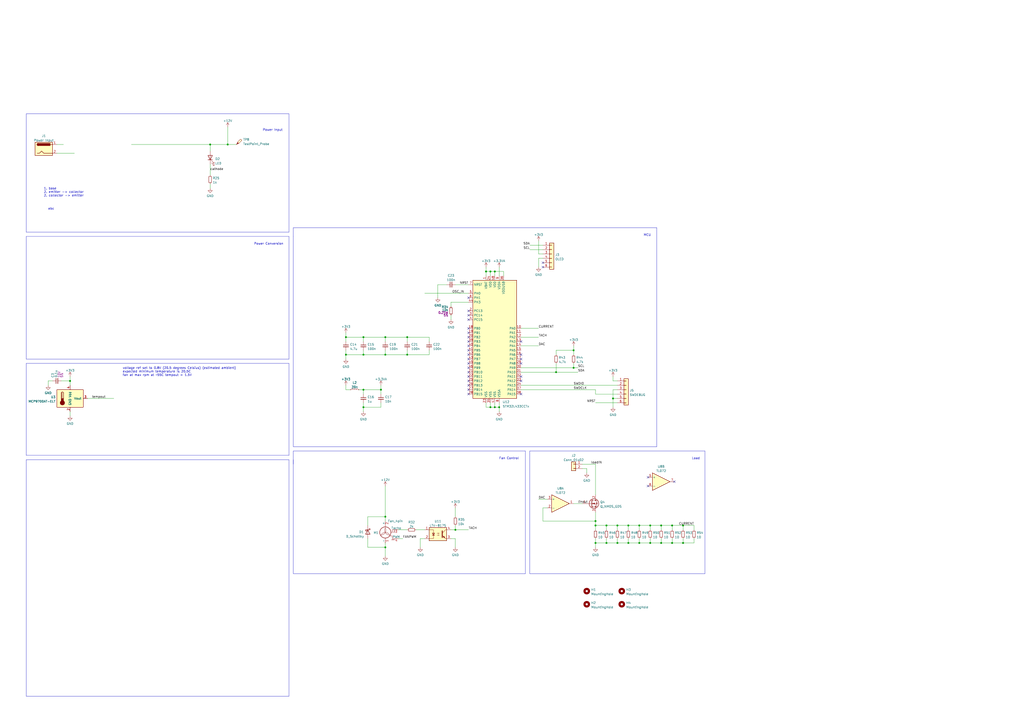
<source format=kicad_sch>
(kicad_sch (version 20230121) (generator eeschema)
  (paper "A2")
  (title_block (title "Electronic Load") (date "2023-02-07") (rev "1"))
  (lib_symbols
    (symbol "Amplifier_Operational:TL072" (pin_names (offset 0.127))
      (property "Reference" "U" (at 0 5.08 0))
      (property "Value" "TL072" (at 0 -5.08 0))
      (symbol "TL072_1_1"
        (polyline (pts (xy -5.08 5.08) (xy 5.08 0) (xy -5.08 -5.08) (xy -5.08 5.08)) (stroke (width 0.254)) (fill (type background)))
        (pin output line (at 7.62 0 180) (length 2.54) (name "~") (number "1"))
        (pin input line (at -7.62 -2.54 0) (length 2.54) (name "-") (number "2"))
        (pin input line (at -7.62 2.54 0) (length 2.54) (name "+") (number "3"))
      )
      (symbol "TL072_2_1"
        (polyline (pts (xy -5.08 5.08) (xy 5.08 0) (xy -5.08 -5.08) (xy -5.08 5.08)) (stroke (width 0.254)) (fill (type background)))
        (pin input line (at -7.62 2.54 0) (length 2.54) (name "+") (number "5"))
        (pin input line (at -7.62 -2.54 0) (length 2.54) (name "-") (number "6"))
        (pin output line (at 7.62 0 180) (length 2.54) (name "~") (number "7"))
      )
      (symbol "TL072_3_1"
        (pin power_in line (at -2.54 -7.62 90) (length 3.81) (name "V-") (number "4"))
        (pin power_in line (at -2.54 7.62 270) (length 3.81) (name "V+") (number "8"))
      )
    )
    (symbol "Connector:Barrel_Jack" (pin_names (offset 1.016))
      (property "Reference" "J" (at 0 5.334 0))
      (property "Value" "Barrel_Jack" (at 0 -5.08 0))
      (symbol "Barrel_Jack_0_1"
        (rectangle (start -5.08 3.81) (end 5.08 -3.81) (stroke (width 0.254)) (fill (type background)))
        (arc (start -3.302 3.175) (mid -3.9343 2.54) (end -3.302 1.905) (stroke (width 0.254)))
        (arc (start -3.302 3.175) (mid -3.9343 2.54) (end -3.302 1.905) (stroke (width 0.254)) (fill (type outline)))
        (polyline (pts (xy 5.08 2.54) (xy 3.81 2.54)) (stroke (width 0.254)))
        (polyline (pts (xy -3.81 -2.54) (xy -2.54 -2.54) (xy -1.27 -1.27) (xy 0 -2.54) (xy 2.54 -2.54) (xy 5.08 -2.54)) (stroke (width 0.254)))
        (rectangle (start 3.683 3.175) (end -3.302 1.905) (stroke (width 0.254)) (fill (type outline)))
      )
      (symbol "Barrel_Jack_1_1"
        (pin passive line (at 7.62 2.54 180) (length 2.54) (name "~") (number "1"))
        (pin passive line (at 7.62 -2.54 180) (length 2.54) (name "~") (number "2"))
      )
    )
    (symbol "Connector:TestPoint_Probe" (pin_numbers hide) (pin_names (offset 0.762) hide)
      (property "Reference" "TP" (at 1.651 5.842 0))
      (property "Value" "TestPoint_Probe" (at 1.651 4.064 0))
      (symbol "TestPoint_Probe_0_1"
        (polyline (pts (xy 1.27 0.762) (xy 0 0) (xy 0.762 1.27) (xy 1.27 0.762)) (fill (type outline)))
        (polyline (pts (xy 1.397 0.635) (xy 0.635 1.397) (xy 2.413 3.175) (xy 3.175 2.413) (xy 1.397 0.635)) (fill (type background)))
      )
      (symbol "TestPoint_Probe_1_1"
        (pin passive line (at 0 0 90) (length 0) (name "1") (number "1"))
      )
    )
    (symbol "Connector_Generic:Conn_01x02" (pin_names (offset 1.016) hide)
      (property "Reference" "J" (at 0 2.54 0))
      (property "Value" "Conn_01x02" (at 0 -5.08 0))
      (symbol "Conn_01x02_1_1"
        (rectangle (start -1.27 -2.413) (end 0 -2.667) (stroke (width 0.1524)))
        (rectangle (start -1.27 0.127) (end 0 -0.127) (stroke (width 0.1524)))
        (rectangle (start -1.27 1.27) (end 1.27 -3.81) (stroke (width 0.254)) (fill (type background)))
        (pin passive line (at -5.08 0 0) (length 3.81) (name "Pin_1") (number "1"))
        (pin passive line (at -5.08 -2.54 0) (length 3.81) (name "Pin_2") (number "2"))
      )
    )
    (symbol "Connector_Generic:Conn_01x06" (pin_names (offset 1.016) hide)
      (property "Reference" "J" (at 0 7.62 0))
      (property "Value" "Conn_01x06" (at 0 -10.16 0))
      (symbol "Conn_01x06_1_1"
        (rectangle (start -1.27 -7.493) (end 0 -7.747) (stroke (width 0.1524)))
        (rectangle (start -1.27 -4.953) (end 0 -5.207) (stroke (width 0.1524)))
        (rectangle (start -1.27 -2.413) (end 0 -2.667) (stroke (width 0.1524)))
        (rectangle (start -1.27 0.127) (end 0 -0.127) (stroke (width 0.1524)))
        (rectangle (start -1.27 2.667) (end 0 2.413) (stroke (width 0.1524)))
        (rectangle (start -1.27 5.207) (end 0 4.953) (stroke (width 0.1524)))
        (rectangle (start -1.27 6.35) (end 1.27 -8.89) (stroke (width 0.254)) (fill (type background)))
        (pin passive line (at -5.08 5.08 0) (length 3.81) (name "Pin_1") (number "1"))
        (pin passive line (at -5.08 2.54 0) (length 3.81) (name "Pin_2") (number "2"))
        (pin passive line (at -5.08 0 0) (length 3.81) (name "Pin_3") (number "3"))
        (pin passive line (at -5.08 -2.54 0) (length 3.81) (name "Pin_4") (number "4"))
        (pin passive line (at -5.08 -5.08 0) (length 3.81) (name "Pin_5") (number "5"))
        (pin passive line (at -5.08 -7.62 0) (length 3.81) (name "Pin_6") (number "6"))
      )
    )
    (symbol "Device:C_Small" (pin_numbers hide) (pin_names (offset 0.254) hide)
      (property "Reference" "C" (at 0.254 1.778 0))
      (property "Value" "C_Small" (at 0.254 -2.032 0))
      (symbol "C_Small_0_1"
        (polyline (pts (xy -1.524 -0.508) (xy 1.524 -0.508)) (stroke (width 0.3302)))
        (polyline (pts (xy -1.524 0.508) (xy 1.524 0.508)) (stroke (width 0.3048)))
      )
      (symbol "C_Small_1_1"
        (pin passive line (at 0 2.54 270) (length 2.032) (name "~") (number "1"))
        (pin passive line (at 0 -2.54 90) (length 2.032) (name "~") (number "2"))
      )
    )
    (symbol "Device:D_Schottky" (pin_numbers hide) (pin_names (offset 1.016) hide)
      (property "Reference" "D" (at 0 2.54 0))
      (property "Value" "D_Schottky" (at 0 -2.54 0))
      (symbol "D_Schottky_0_1"
        (polyline (pts (xy 1.27 0) (xy -1.27 0)))
        (polyline (pts (xy 1.27 1.27) (xy 1.27 -1.27) (xy -1.27 0) (xy 1.27 1.27)) (stroke (width 0.254)))
        (polyline (pts (xy -1.905 0.635) (xy -1.905 1.27) (xy -1.27 1.27) (xy -1.27 -1.27) (xy -0.635 -1.27) (xy -0.635 -0.635)) (stroke (width 0.254)))
      )
      (symbol "D_Schottky_1_1"
        (pin passive line (at -3.81 0 0) (length 2.54) (name "K") (number "1"))
        (pin passive line (at 3.81 0 180) (length 2.54) (name "A") (number "2"))
      )
    )
    (symbol "Device:LED" (pin_numbers hide) (pin_names (offset 1.016) hide)
      (property "Reference" "D" (at 0 2.54 0))
      (property "Value" "LED" (at 0 -2.54 0))
      (symbol "LED_0_1"
        (polyline (pts (xy -1.27 -1.27) (xy -1.27 1.27)) (stroke (width 0.254)))
        (polyline (pts (xy -1.27 0) (xy 1.27 0)))
        (polyline (pts (xy 1.27 -1.27) (xy 1.27 1.27) (xy -1.27 0) (xy 1.27 -1.27)) (stroke (width 0.254)))
        (polyline (pts (xy -3.048 -0.762) (xy -4.572 -2.286) (xy -3.81 -2.286) (xy -4.572 -2.286) (xy -4.572 -1.524)))
        (polyline (pts (xy -1.778 -0.762) (xy -3.302 -2.286) (xy -2.54 -2.286) (xy -3.302 -2.286) (xy -3.302 -1.524)))
      )
      (symbol "LED_1_1"
        (pin passive line (at -3.81 0 0) (length 2.54) (name "K") (number "1"))
        (pin passive line (at 3.81 0 180) (length 2.54) (name "A") (number "2"))
      )
    )
    (symbol "Device:L_Small" (pin_numbers hide) (pin_names (offset 0.254) hide)
      (property "Reference" "L" (at 0.762 1.016 0))
      (property "Value" "L_Small" (at 0.762 -1.016 0))
      (symbol "L_Small_0_1"
        (arc (start 0 -2.032) (mid 0.5058 -1.524) (end 0 -1.016))
        (arc (start 0 -1.016) (mid 0.5058 -0.508) (end 0 0))
        (arc (start 0 0) (mid 0.5058 0.508) (end 0 1.016))
        (arc (start 0 1.016) (mid 0.5058 1.524) (end 0 2.032))
      )
      (symbol "L_Small_1_1"
        (pin passive line (at 0 2.54 270) (length 0.508) (name "~") (number "1"))
        (pin passive line (at 0 -2.54 90) (length 0.508) (name "~") (number "2"))
      )
    )
    (symbol "Device:Q_NMOS_GDS" (pin_names (offset 0) hide)
      (property "Reference" "Q" (at 5.08 1.27 0))
      (property "Value" "Q_NMOS_GDS" (at 5.08 -1.27 0))
      (symbol "Q_NMOS_GDS_0_1"
        (polyline (pts (xy 0.254 0) (xy -2.54 0)))
        (polyline (pts (xy 0.254 1.905) (xy 0.254 -1.905)) (stroke (width 0.254)))
        (polyline (pts (xy 0.762 -1.27) (xy 0.762 -2.286)) (stroke (width 0.254)))
        (polyline (pts (xy 0.762 0.508) (xy 0.762 -0.508)) (stroke (width 0.254)))
        (polyline (pts (xy 0.762 2.286) (xy 0.762 1.27)) (stroke (width 0.254)))
        (polyline (pts (xy 2.54 2.54) (xy 2.54 1.778)))
        (polyline (pts (xy 2.54 -2.54) (xy 2.54 0) (xy 0.762 0)))
        (polyline (pts (xy 0.762 -1.778) (xy 3.302 -1.778) (xy 3.302 1.778) (xy 0.762 1.778)))
        (polyline (pts (xy 1.016 0) (xy 2.032 0.381) (xy 2.032 -0.381) (xy 1.016 0)) (fill (type outline)))
        (polyline (pts (xy 2.794 0.508) (xy 2.921 0.381) (xy 3.683 0.381) (xy 3.81 0.254)))
        (polyline (pts (xy 3.302 0.381) (xy 2.921 -0.254) (xy 3.683 -0.254) (xy 3.302 0.381)))
        (circle (center 1.651 0) (radius 2.794) (stroke (width 0.254)))
        (circle (center 2.54 -1.778) (radius 0.254) (fill (type outline)))
        (circle (center 2.54 1.778) (radius 0.254) (fill (type outline)))
      )
      (symbol "Q_NMOS_GDS_1_1"
        (pin input line (at -5.08 0 0) (length 2.54) (name "G") (number "1"))
        (pin passive line (at 2.54 5.08 270) (length 2.54) (name "D") (number "2"))
        (pin passive line (at 2.54 -5.08 90) (length 2.54) (name "S") (number "3"))
      )
    )
    (symbol "Device:R_Small" (pin_numbers hide) (pin_names (offset 0.254) hide)
      (property "Reference" "R" (at 0.762 0.508 0))
      (property "Value" "R_Small" (at 0.762 -1.016 0))
      (symbol "R_Small_0_1"
        (rectangle (start -0.762 1.778) (end 0.762 -1.778) (stroke (width 0.2032)))
      )
      (symbol "R_Small_1_1"
        (pin passive line (at 0 2.54 270) (length 0.762) (name "~") (number "1"))
        (pin passive line (at 0 -2.54 90) (length 0.762) (name "~") (number "2"))
      )
    )
    (symbol "Isolator:LTV-817S" (pin_names (offset 1.016))
      (property "Reference" "U" (at -3.81 5.08 0))
      (property "Value" "LTV-817S" (at 0 -5.08 0))
      (symbol "LTV-817S_1_1"
        (rectangle (start -5.08 3.81) (end 5.08 -3.81) (stroke (width 0.254)) (fill (type background)))
        (polyline (pts (xy -3.175 -0.635) (xy -1.905 -0.635)) (stroke (width 0.254)))
        (polyline (pts (xy 2.54 0.635) (xy 4.445 2.54)))
        (polyline (pts (xy 4.445 -2.54) (xy 2.54 -0.635)) (fill (type outline)))
        (polyline (pts (xy 4.445 -2.54) (xy 5.08 -2.54)))
        (polyline (pts (xy 4.445 2.54) (xy 5.08 2.54)))
        (polyline (pts (xy -5.08 2.54) (xy -2.54 2.54) (xy -2.54 -0.762)))
        (polyline (pts (xy -2.54 -0.635) (xy -2.54 -2.54) (xy -5.08 -2.54)))
        (polyline (pts (xy 2.54 1.905) (xy 2.54 -1.905) (xy 2.54 -1.905)) (stroke (width 0.508)))
        (polyline (pts (xy -2.54 -0.635) (xy -3.175 0.635) (xy -1.905 0.635) (xy -2.54 -0.635)) (stroke (width 0.254)))
        (polyline (pts (xy -0.508 -0.508) (xy 0.762 -0.508) (xy 0.381 -0.635) (xy 0.381 -0.381) (xy 0.762 -0.508)))
        (polyline (pts (xy -0.508 0.508) (xy 0.762 0.508) (xy 0.381 0.381) (xy 0.381 0.635) (xy 0.762 0.508)))
        (polyline (pts (xy 3.048 -1.651) (xy 3.556 -1.143) (xy 4.064 -2.159) (xy 3.048 -1.651) (xy 3.048 -1.651)) (fill (type outline)))
        (pin passive line (at -7.62 2.54 0) (length 2.54) (name "~") (number "1"))
        (pin passive line (at -7.62 -2.54 0) (length 2.54) (name "~") (number "2"))
        (pin passive line (at 7.62 -2.54 180) (length 2.54) (name "~") (number "3"))
        (pin passive line (at 7.62 2.54 180) (length 2.54) (name "~") (number "4"))
      )
    )
    (symbol "MCU_ST_STM32L4:STM32L433CCTx"
      (property "Reference" "U" (at -12.7 34.29 0))
      (property "Value" "STM32L433CCTx" (at 7.62 34.29 0))
      (symbol "STM32L433CCTx_0_1"
        (rectangle (start -12.7 -35.56) (end 12.7 33.02) (stroke (width 0.254)) (fill (type background)))
      )
      (symbol "STM32L433CCTx_1_1"
        (pin power_in line (at -5.08 35.56 270) (length 2.54) (name "VBAT") (number "1"))
        (pin bidirectional line (at 15.24 5.08 180) (length 2.54) (name "PA0") (number "10"))
        (pin bidirectional line (at 15.24 2.54 180) (length 2.54) (name "PA1") (number "11"))
        (pin bidirectional line (at 15.24 0 180) (length 2.54) (name "PA2") (number "12"))
        (pin bidirectional line (at 15.24 -2.54 180) (length 2.54) (name "PA3") (number "13"))
        (pin bidirectional line (at 15.24 -5.08 180) (length 2.54) (name "PA4") (number "14"))
        (pin bidirectional line (at 15.24 -7.62 180) (length 2.54) (name "PA5") (number "15"))
        (pin bidirectional line (at 15.24 -10.16 180) (length 2.54) (name "PA6") (number "16"))
        (pin bidirectional line (at 15.24 -12.7 180) (length 2.54) (name "PA7") (number "17"))
        (pin bidirectional line (at -15.24 5.08 0) (length 2.54) (name "PB0") (number "18"))
        (pin bidirectional line (at -15.24 2.54 0) (length 2.54) (name "PB1") (number "19"))
        (pin bidirectional line (at -15.24 15.24 0) (length 2.54) (name "PC13") (number "2"))
        (pin bidirectional line (at -15.24 0 0) (length 2.54) (name "PB2") (number "20"))
        (pin bidirectional line (at -15.24 -20.32 0) (length 2.54) (name "PB10") (number "21"))
        (pin bidirectional line (at -15.24 -22.86 0) (length 2.54) (name "PB11") (number "22"))
        (pin power_in line (at -5.08 -38.1 90) (length 2.54) (name "VSS") (number "23"))
        (pin power_in line (at -2.54 35.56 270) (length 2.54) (name "VDD") (number "24"))
        (pin bidirectional line (at -15.24 -25.4 0) (length 2.54) (name "PB12") (number "25"))
        (pin bidirectional line (at -15.24 -27.94 0) (length 2.54) (name "PB13") (number "26"))
        (pin bidirectional line (at -15.24 -30.48 0) (length 2.54) (name "PB14") (number "27"))
        (pin bidirectional line (at -15.24 -33.02 0) (length 2.54) (name "PB15") (number "28"))
        (pin bidirectional line (at 15.24 -15.24 180) (length 2.54) (name "PA8") (number "29"))
        (pin bidirectional line (at -15.24 12.7 0) (length 2.54) (name "PC14") (number "3"))
        (pin bidirectional line (at 15.24 -17.78 180) (length 2.54) (name "PA9") (number "30"))
        (pin bidirectional line (at 15.24 -20.32 180) (length 2.54) (name "PA10") (number "31"))
        (pin bidirectional line (at 15.24 -22.86 180) (length 2.54) (name "PA11") (number "32"))
        (pin bidirectional line (at 15.24 -25.4 180) (length 2.54) (name "PA12") (number "33"))
        (pin bidirectional line (at 15.24 -27.94 180) (length 2.54) (name "PA13") (number "34"))
        (pin power_in line (at -2.54 -38.1 90) (length 2.54) (name "VSS") (number "35"))
        (pin power_in line (at 5.08 35.56 270) (length 2.54) (name "VDDUSB") (number "36"))
        (pin bidirectional line (at 15.24 -30.48 180) (length 2.54) (name "PA14") (number "37"))
        (pin bidirectional line (at 15.24 -33.02 180) (length 2.54) (name "PA15") (number "38"))
        (pin bidirectional line (at -15.24 -2.54 0) (length 2.54) (name "PB3") (number "39"))
        (pin bidirectional line (at -15.24 10.16 0) (length 2.54) (name "PC15") (number "4"))
        (pin bidirectional line (at -15.24 -5.08 0) (length 2.54) (name "PB4") (number "40"))
        (pin bidirectional line (at -15.24 -7.62 0) (length 2.54) (name "PB5") (number "41"))
        (pin bidirectional line (at -15.24 -10.16 0) (length 2.54) (name "PB6") (number "42"))
        (pin bidirectional line (at -15.24 -12.7 0) (length 2.54) (name "PB7") (number "43"))
        (pin bidirectional line (at -15.24 20.32 0) (length 2.54) (name "PH3") (number "44"))
        (pin bidirectional line (at -15.24 -15.24 0) (length 2.54) (name "PB8") (number "45"))
        (pin bidirectional line (at -15.24 -17.78 0) (length 2.54) (name "PB9") (number "46"))
        (pin power_in line (at 0 -38.1 90) (length 2.54) (name "VSS") (number "47"))
        (pin power_in line (at 0 35.56 270) (length 2.54) (name "VDD") (number "48"))
        (pin input line (at -15.24 25.4 0) (length 2.54) (name "PH0") (number "5"))
        (pin input line (at -15.24 22.86 0) (length 2.54) (name "PH1") (number "6"))
        (pin input line (at -15.24 30.48 0) (length 2.54) (name "NRST") (number "7"))
        (pin power_in line (at 2.54 -38.1 90) (length 2.54) (name "VSSA") (number "8"))
        (pin power_in line (at 2.54 35.56 270) (length 2.54) (name "VDDA") (number "9"))
      )
    )
    (symbol "Mechanical:MountingHole" (pin_names (offset 1.016))
      (property "Reference" "H" (at 0 5.08 0))
      (property "Value" "MountingHole" (at 0 3.175 0))
      (symbol "MountingHole_0_1"
        (circle (center 0 0) (radius 1.27) (stroke (width 1.27)))
      )
    )
    (symbol "Motor:Fan_4pin" (pin_names (offset 0))
      (property "Reference" "M" (at 2.54 5.08 0))
      (property "Value" "Fan_4pin" (at 2.54 -2.54 0))
      (symbol "Fan_4pin_0_0"
        (arc (start -5.588 1.524) (mid -5.08 1.0182) (end -4.572 1.524))
        (arc (start -5.08 2.032) (mid -5.4392 1.8832) (end -5.588 1.524))
        (polyline (pts (xy -5.08 2.032) (xy -5.334 2.159)))
        (polyline (pts (xy -5.08 2.032) (xy -5.207 1.778)))
        (polyline (pts (xy -4.064 2.54) (xy -4.064 1.016) (xy -3.302 1.016)))
      )
      (symbol "Fan_4pin_0_1"
        (arc (start -2.54 -0.508) (mid 0.0028 0.9121) (end 0 3.81))
        (polyline (pts (xy -4.064 2.54) (xy -5.08 2.54)))
        (polyline (pts (xy 0 -5.08) (xy 0 -4.572)))
        (polyline (pts (xy 0 -2.2352) (xy 0 -2.6416)))
        (polyline (pts (xy 0 4.2672) (xy 0 4.6228)))
        (polyline (pts (xy 0 4.572) (xy 0 5.08)))
        (polyline (pts (xy -2.54 -1.016) (xy -4.064 -1.016) (xy -4.064 -2.54) (xy -5.08 -2.54)))
        (polyline (pts (xy -5.334 -3.302) (xy -5.08 -3.302) (xy -5.08 -3.048) (xy -4.826 -3.048) (xy -4.826 -3.302) (xy -4.318 -3.302) (xy -4.318 -3.048) (xy -4.064 -3.048) (xy -4.064 -3.302) (xy -3.556 -3.302)))
        (circle (center 0 1.016) (radius 3.2512) (stroke (width 0.254)))
        (arc (start 0 3.81) (mid 0.053 0.921) (end 2.54 -0.508))
        (arc (start 2.54 -0.508) (mid 0 1.0618) (end -2.54 -0.508))
      )
      (symbol "Fan_4pin_1_1"
        (pin passive line (at 0 -5.08 90) (length 2.54) (name "-") (number "1"))
        (pin passive line (at 0 7.62 270) (length 2.54) (name "+") (number "2"))
        (pin passive line (at -7.62 2.54 0) (length 2.54) (name "Tacho") (number "3"))
        (pin input line (at -7.62 -2.54 0) (length 2.54) (name "PWM") (number "4"))
      )
    )
    (symbol "Sensor_Temperature:MCP9700AT-ELT" (pin_names (offset 1.016))
      (property "Reference" "U" (at -6.35 6.35 0))
      (property "Value" "MCP9700AT-ELT" (at 1.27 6.35 0))
      (symbol "MCP9700AT-ELT_0_1"
        (rectangle (start -7.62 5.08) (end 7.62 -5.08) (stroke (width 0.254)) (fill (type background)))
        (circle (center -4.445 -2.54) (radius 1.27) (stroke (width 0.254)) (fill (type outline)))
        (rectangle (start -3.81 -1.905) (end -5.08 0) (stroke (width 0.254)) (fill (type outline)))
        (arc (start -3.81 3.175) (mid -4.445 3.8073) (end -5.08 3.175) (stroke (width 0.254)))
        (polyline (pts (xy -5.08 0.635) (xy -4.445 0.635)) (stroke (width 0.254)))
        (polyline (pts (xy -5.08 1.27) (xy -4.445 1.27)) (stroke (width 0.254)))
        (polyline (pts (xy -5.08 1.905) (xy -4.445 1.905)) (stroke (width 0.254)))
        (polyline (pts (xy -5.08 2.54) (xy -4.445 2.54)) (stroke (width 0.254)))
        (polyline (pts (xy -5.08 3.175) (xy -5.08 0)) (stroke (width 0.254)))
        (polyline (pts (xy -5.08 3.175) (xy -4.445 3.175)) (stroke (width 0.254)))
        (polyline (pts (xy -3.81 3.175) (xy -3.81 0)) (stroke (width 0.254)))
      )
      (symbol "MCP9700AT-ELT_1_1"
        (pin no_connect line (at 10.16 -2.54 180) (length 2.54) hide (name "NC") (number "1"))
        (pin power_in line (at 0 -7.62 90) (length 2.54) (name "GND") (number "2"))
        (pin output line (at 10.16 0 180) (length 2.54) (name "Vout") (number "3"))
        (pin power_in line (at 0 7.62 270) (length 2.54) (name "Vdd") (number "4"))
        (pin no_connect line (at 10.16 2.54 180) (length 2.54) hide (name "NC") (number "5"))
      )
    )
    (symbol "power:+12V" (power) (pin_names (offset 0))
      (property "Value" "+12V" (at 0 3.556 0))
      (symbol "+12V_0_1"
        (polyline (pts (xy -0.762 1.27) (xy 0 2.54)))
        (polyline (pts (xy 0 0) (xy 0 2.54)))
        (polyline (pts (xy 0 2.54) (xy 0.762 1.27)))
      )
      (symbol "+12V_1_1"
        (pin power_in line (at 0 0 90) (length 0) hide (name "+12V") (number "1"))
      )
    )
    (symbol "power:+3.3VA" (power) (pin_names (offset 0))
      (property "Value" "+3.3VA" (at 0 3.556 0))
      (symbol "+3.3VA_0_1"
        (polyline (pts (xy -0.762 1.27) (xy 0 2.54)))
        (polyline (pts (xy 0 0) (xy 0 2.54)))
        (polyline (pts (xy 0 2.54) (xy 0.762 1.27)))
      )
      (symbol "+3.3VA_1_1"
        (pin power_in line (at 0 0 90) (length 0) hide (name "+3.3VA") (number "1"))
      )
    )
    (symbol "power:+3V3" (power) (pin_names (offset 0))
      (property "Value" "+3V3" (at 0 3.556 0))
      (symbol "+3V3_0_1"
        (polyline (pts (xy -0.762 1.27) (xy 0 2.54)))
        (polyline (pts (xy 0 0) (xy 0 2.54)))
        (polyline (pts (xy 0 2.54) (xy 0.762 1.27)))
      )
      (symbol "+3V3_1_1"
        (pin power_in line (at 0 0 90) (length 0) hide (name "+3V3") (number "1"))
      )
    )
    (symbol "power:GND" (power) (pin_names (offset 0))
      (property "Value" "GND" (at 0 -3.81 0))
      (symbol "GND_0_1"
        (polyline (pts (xy 0 0) (xy 0 -1.27) (xy 1.27 -1.27) (xy 0 -2.54) (xy -1.27 -1.27) (xy 0 -1.27)))
      )
      (symbol "GND_1_1"
        (pin power_in line (at 0 0 270) (length 0) hide (name "GND") (number "1"))
      )
    )
  )
  (junction (at 396.24 304.8))
  (junction (at 355.6 231.14))
  (junction (at 210.82 226.06))
  (junction (at 132.08 83.82))
  (junction (at 383.54 314.96))
  (junction (at 358.14 314.96))
  (junction (at 345.44 302.26))
  (junction (at 358.14 304.8))
  (junction (at 287.02 236.22))
  (junction (at 284.48 157.48))
  (junction (at 284.48 236.22))
  (junction (at 223.52 195.58))
  (junction (at 364.49 304.8))
  (junction (at 377.19 314.96))
  (junction (at 383.54 304.8))
  (junction (at 220.98 226.06))
  (junction (at 236.22 195.58))
  (junction (at 40.64 220.98))
  (junction (at 200.66 195.58))
  (junction (at 223.52 299.72))
  (junction (at 389.89 304.8))
  (junction (at 289.56 236.22))
  (junction (at 332.74 203.2))
  (junction (at 210.82 195.58))
  (junction (at 281.94 157.48))
  (junction (at 223.52 317.5))
  (junction (at 200.66 205.74))
  (junction (at 210.82 205.74))
  (junction (at 370.84 314.96))
  (junction (at 396.24 314.96))
  (junction (at 389.89 314.96))
  (junction (at 351.79 304.8))
  (junction (at 121.92 83.82))
  (junction (at 322.58 215.9))
  (junction (at 223.52 205.74))
  (junction (at 345.44 314.96))
  (junction (at 370.84 304.8))
  (junction (at 377.19 304.8))
  (junction (at 287.02 157.48))
  (junction (at 264.16 307.34))
  (junction (at 345.44 304.8))
  (junction (at 210.82 236.22))
  (junction (at 332.74 213.36))
  (junction (at 236.22 205.74))
  (junction (at 364.49 314.96))
  (junction (at 351.79 314.96))
  (no_connect (at 302.26 198.12))
  (no_connect (at 314.96 152.4))
  (no_connect (at 314.96 154.94))
  (no_connect (at 375.92 276.86))
  (no_connect (at 375.92 281.94))
  (no_connect (at 391.16 279.4))
  (no_connect (at 271.78 198.12))
  (no_connect (at 271.78 203.2))
  (no_connect (at 271.78 200.66))
  (no_connect (at 271.78 195.58))
  (no_connect (at 271.78 205.74))
  (no_connect (at 271.78 223.52))
  (no_connect (at 271.78 208.28))
  (no_connect (at 271.78 218.44))
  (no_connect (at 271.78 213.36))
  (no_connect (at 271.78 210.82))
  (no_connect (at 271.78 220.98))
  (no_connect (at 271.78 215.9))
  (no_connect (at 271.78 226.06))
  (no_connect (at 271.78 228.6))
  (no_connect (at 271.78 180.34))
  (no_connect (at 271.78 185.42))
  (no_connect (at 271.78 190.5))
  (no_connect (at 271.78 182.88))
  (no_connect (at 271.78 193.04))
  (no_connect (at 302.26 208.28))
  (no_connect (at 302.26 210.82))
  (no_connect (at 302.26 220.98))
  (no_connect (at 302.26 218.44))
  (no_connect (at 302.26 205.74))
  (no_connect (at 302.26 228.6))
  (no_connect (at 271.78 172.72))
  (wire (pts (xy 40.64 220.98) (xy 40.64 223.52)))
  (wire (pts (xy 287.02 236.22) (xy 289.56 236.22)))
  (wire (pts (xy 231.14 312.42) (xy 233.68 312.42)))
  (wire (pts (xy 76.2 83.82) (xy 121.92 83.82)))
  (wire (pts (xy 210.82 195.58) (xy 223.52 195.58)))
  (polyline (pts (xy 307.34 261.62) (xy 307.34 332.74)))
  (wire (pts (xy 210.82 238.76) (xy 210.82 236.22)))
  (wire (pts (xy 364.49 314.96) (xy 358.14 314.96)))
  (wire (pts (xy 345.44 304.8) (xy 345.44 307.34)))
  (wire (pts (xy 322.58 203.2) (xy 332.74 203.2)))
  (wire (pts (xy 248.92 205.74) (xy 236.22 205.74)))
  (wire (pts (xy 210.82 198.12) (xy 210.82 195.58)))
  (wire (pts (xy 284.48 236.22) (xy 287.02 236.22)))
  (wire (pts (xy 364.49 304.8) (xy 370.84 304.8)))
  (wire (pts (xy 264.16 165.1) (xy 271.78 165.1)))
  (wire (pts (xy 355.6 226.06) (xy 355.6 231.14)))
  (polyline (pts (xy 170.18 137.16) (xy 170.18 259.08)))
  (wire (pts (xy 281.94 154.94) (xy 281.94 157.48)))
  (wire (pts (xy 213.36 317.5) (xy 223.52 317.5)))
  (wire (pts (xy 383.54 304.8) (xy 389.89 304.8)))
  (wire (pts (xy 287.02 233.68) (xy 287.02 236.22)))
  (wire (pts (xy 236.22 195.58) (xy 236.22 198.12)))
  (polyline (pts (xy 170.18 332.74) (xy 304.8 332.74)))
  (wire (pts (xy 281.94 233.68) (xy 281.94 236.22)))
  (wire (pts (xy 345.44 297.18) (xy 345.44 302.26)))
  (polyline (pts (xy 15.24 137.16) (xy 15.24 208.28)))
  (wire (pts (xy 236.22 203.2) (xy 236.22 205.74)))
  (wire (pts (xy 223.52 203.2) (xy 223.52 205.74)))
  (polyline (pts (xy 170.18 261.62) (xy 170.18 269.24)))
  (wire (pts (xy 261.62 307.34) (xy 264.16 307.34)))
  (wire (pts (xy 302.26 226.06) (xy 345.44 226.06)))
  (wire (pts (xy 213.36 299.72) (xy 223.52 299.72)))
  (polyline (pts (xy 15.24 134.62) (xy 167.64 134.62)))
  (wire (pts (xy 254 165.1) (xy 259.08 165.1)))
  (wire (pts (xy 307.34 142.24) (xy 314.96 142.24)))
  (wire (pts (xy 137.16 83.82) (xy 132.08 83.82)))
  (polyline (pts (xy 15.24 210.82) (xy 167.64 210.82)))
  (wire (pts (xy 355.6 231.14) (xy 355.6 236.22)))
  (wire (pts (xy 370.84 312.42) (xy 370.84 314.96)))
  (wire (pts (xy 213.36 299.72) (xy 213.36 304.8)))
  (wire (pts (xy 200.66 195.58) (xy 210.82 195.58)))
  (polyline (pts (xy 15.24 264.16) (xy 15.24 210.82)))
  (wire (pts (xy 351.79 304.8) (xy 358.14 304.8)))
  (wire (pts (xy 121.92 83.82) (xy 132.08 83.82)))
  (wire (pts (xy 236.22 195.58) (xy 248.92 195.58)))
  (wire (pts (xy 358.14 220.98) (xy 355.6 220.98)))
  (wire (pts (xy 396.24 304.8) (xy 396.24 307.34)))
  (wire (pts (xy 337.82 271.78) (xy 340.36 271.78)))
  (wire (pts (xy 314.96 147.32) (xy 312.42 147.32)))
  (wire (pts (xy 200.66 193.04) (xy 200.66 195.58)))
  (wire (pts (xy 370.84 304.8) (xy 377.19 304.8)))
  (wire (pts (xy 314.96 294.64) (xy 314.96 302.26)))
  (polyline (pts (xy 167.64 403.86) (xy 167.64 266.7)))
  (wire (pts (xy 345.44 304.8) (xy 351.79 304.8)))
  (wire (pts (xy 50.8 231.14) (xy 66.04 231.14)))
  (wire (pts (xy 312.42 200.66) (xy 302.26 200.66)))
  (wire (pts (xy 30.48 220.98) (xy 27.94 220.98)))
  (wire (pts (xy 307.34 144.78) (xy 314.96 144.78)))
  (wire (pts (xy 284.48 233.68) (xy 284.48 236.22)))
  (polyline (pts (xy 304.8 332.74) (xy 304.8 261.62)))
  (wire (pts (xy 287.02 157.48) (xy 284.48 157.48)))
  (polyline (pts (xy 167.64 134.62) (xy 167.64 66.04)))
  (wire (pts (xy 351.79 314.96) (xy 345.44 314.96)))
  (wire (pts (xy 389.89 314.96) (xy 383.54 314.96)))
  (wire (pts (xy 213.36 312.42) (xy 213.36 317.5)))
  (wire (pts (xy 121.92 106.68) (xy 121.92 109.22)))
  (polyline (pts (xy 15.24 403.86) (xy 167.64 403.86)))
  (wire (pts (xy 203.2 226.06) (xy 200.66 226.06)))
  (wire (pts (xy 355.6 218.44) (xy 355.6 220.98)))
  (wire (pts (xy 248.92 203.2) (xy 248.92 205.74)))
  (wire (pts (xy 281.94 157.48) (xy 281.94 160.02)))
  (polyline (pts (xy 307.34 332.74) (xy 408.94 332.74)))
  (wire (pts (xy 322.58 205.74) (xy 322.58 203.2)))
  (wire (pts (xy 223.52 195.58) (xy 236.22 195.58)))
  (wire (pts (xy 264.16 307.34) (xy 271.78 307.34)))
  (wire (pts (xy 231.14 307.34) (xy 236.22 307.34)))
  (polyline (pts (xy 381 132.08) (xy 170.18 132.08)))
  (wire (pts (xy 351.79 304.8) (xy 351.79 307.34)))
  (wire (pts (xy 377.19 314.96) (xy 377.19 312.42)))
  (wire (pts (xy 358.14 231.14) (xy 355.6 231.14)))
  (wire (pts (xy 302.26 190.5) (xy 312.42 190.5)))
  (wire (pts (xy 121.92 95.25) (xy 121.92 101.6)))
  (wire (pts (xy 377.19 304.8) (xy 383.54 304.8)))
  (wire (pts (xy 40.64 218.44) (xy 40.64 220.98)))
  (wire (pts (xy 302.26 213.36) (xy 332.74 213.36)))
  (wire (pts (xy 383.54 314.96) (xy 377.19 314.96)))
  (wire (pts (xy 332.74 213.36) (xy 335.28 213.36)))
  (wire (pts (xy 33.02 83.82) (xy 36.83 83.82)))
  (wire (pts (xy 208.28 226.06) (xy 210.82 226.06)))
  (wire (pts (xy 223.52 205.74) (xy 210.82 205.74)))
  (wire (pts (xy 292.1 160.02) (xy 292.1 157.48)))
  (wire (pts (xy 396.24 304.8) (xy 402.59 304.8)))
  (wire (pts (xy 312.42 289.56) (xy 317.5 289.56)))
  (wire (pts (xy 377.19 304.8) (xy 377.19 307.34)))
  (polyline (pts (xy 170.18 259.08) (xy 381 259.08)))
  (wire (pts (xy 132.08 73.66) (xy 132.08 83.82)))
  (wire (pts (xy 402.59 314.96) (xy 396.24 314.96)))
  (wire (pts (xy 358.14 304.8) (xy 364.49 304.8)))
  (wire (pts (xy 27.94 220.98) (xy 27.94 223.52)))
  (polyline (pts (xy 408.94 332.74) (xy 408.94 261.62)))
  (wire (pts (xy 322.58 210.82) (xy 322.58 215.9)))
  (wire (pts (xy 332.74 203.2) (xy 332.74 205.74)))
  (wire (pts (xy 289.56 233.68) (xy 289.56 236.22)))
  (wire (pts (xy 210.82 236.22) (xy 220.98 236.22)))
  (wire (pts (xy 345.44 314.96) (xy 345.44 312.42)))
  (wire (pts (xy 345.44 314.96) (xy 345.44 317.5)))
  (polyline (pts (xy 170.18 132.08) (xy 170.18 137.16)))
  (wire (pts (xy 314.96 302.26) (xy 345.44 302.26)))
  (polyline (pts (xy 170.18 266.7) (xy 170.18 332.74)))
  (wire (pts (xy 264.16 294.64) (xy 264.16 299.72)))
  (wire (pts (xy 287.02 157.48) (xy 292.1 157.48)))
  (wire (pts (xy 40.64 238.76) (xy 40.64 241.3)))
  (wire (pts (xy 200.66 223.52) (xy 200.66 226.06)))
  (wire (pts (xy 389.89 304.8) (xy 396.24 304.8)))
  (wire (pts (xy 364.49 314.96) (xy 370.84 314.96)))
  (wire (pts (xy 370.84 314.96) (xy 377.19 314.96)))
  (wire (pts (xy 223.52 317.5) (xy 223.52 322.58)))
  (wire (pts (xy 289.56 236.22) (xy 289.56 238.76)))
  (wire (pts (xy 312.42 139.7) (xy 312.42 147.32)))
  (wire (pts (xy 383.54 312.42) (xy 383.54 314.96)))
  (wire (pts (xy 220.98 223.52) (xy 220.98 226.06)))
  (wire (pts (xy 314.96 149.86) (xy 312.42 149.86)))
  (wire (pts (xy 210.82 226.06) (xy 220.98 226.06)))
  (wire (pts (xy 220.98 233.68) (xy 220.98 236.22)))
  (wire (pts (xy 254 165.1) (xy 254 172.72)))
  (wire (pts (xy 246.38 312.42) (xy 243.84 312.42)))
  (wire (pts (xy 33.02 88.9) (xy 43.18 88.9)))
  (wire (pts (xy 337.82 269.24) (xy 345.44 269.24)))
  (wire (pts (xy 332.74 292.1) (xy 337.82 292.1)))
  (wire (pts (xy 261.62 175.26) (xy 261.62 177.8)))
  (wire (pts (xy 332.74 200.66) (xy 332.74 203.2)))
  (wire (pts (xy 261.62 312.42) (xy 264.16 312.42)))
  (wire (pts (xy 200.66 195.58) (xy 200.66 198.12)))
  (wire (pts (xy 345.44 226.06) (xy 345.44 228.6)))
  (wire (pts (xy 281.94 236.22) (xy 284.48 236.22)))
  (wire (pts (xy 289.56 154.94) (xy 289.56 160.02)))
  (wire (pts (xy 200.66 205.74) (xy 200.66 203.2)))
  (wire (pts (xy 389.89 304.8) (xy 389.89 307.34)))
  (wire (pts (xy 210.82 203.2) (xy 210.82 205.74)))
  (wire (pts (xy 287.02 160.02) (xy 287.02 157.48)))
  (wire (pts (xy 200.66 208.28) (xy 200.66 205.74)))
  (polyline (pts (xy 167.64 210.82) (xy 167.64 264.16)))
  (wire (pts (xy 200.66 205.74) (xy 210.82 205.74)))
  (wire (pts (xy 340.36 271.78) (xy 340.36 274.32)))
  (polyline (pts (xy 15.24 264.16) (xy 167.64 264.16)))
  (wire (pts (xy 223.52 281.94) (xy 223.52 299.72)))
  (polyline (pts (xy 167.64 137.16) (xy 15.24 137.16)))
  (wire (pts (xy 389.89 312.42) (xy 389.89 314.96)))
  (wire (pts (xy 284.48 157.48) (xy 284.48 160.02)))
  (wire (pts (xy 312.42 149.86) (xy 312.42 154.94)))
  (wire (pts (xy 220.98 228.6) (xy 220.98 226.06)))
  (wire (pts (xy 264.16 312.42) (xy 264.16 317.5)))
  (wire (pts (xy 383.54 304.8) (xy 383.54 307.34)))
  (wire (pts (xy 402.59 307.34) (xy 402.59 304.8)))
  (polyline (pts (xy 304.8 261.62) (xy 170.18 261.62)))
  (polyline (pts (xy 167.64 208.28) (xy 167.64 137.16)))
  (wire (pts (xy 248.92 195.58) (xy 248.92 198.12)))
  (wire (pts (xy 317.5 294.64) (xy 314.96 294.64)))
  (wire (pts (xy 396.24 312.42) (xy 396.24 314.96)))
  (wire (pts (xy 358.14 304.8) (xy 358.14 307.34)))
  (wire (pts (xy 351.79 312.42) (xy 351.79 314.96)))
  (wire (pts (xy 246.38 170.18) (xy 271.78 170.18)))
  (polyline (pts (xy 15.24 208.28) (xy 167.64 208.28)))
  (wire (pts (xy 345.44 228.6) (xy 358.14 228.6)))
  (wire (pts (xy 302.26 223.52) (xy 358.14 223.52)))
  (wire (pts (xy 322.58 215.9) (xy 335.28 215.9)))
  (wire (pts (xy 345.44 302.26) (xy 345.44 304.8)))
  (wire (pts (xy 358.14 312.42) (xy 358.14 314.96)))
  (wire (pts (xy 370.84 304.8) (xy 370.84 307.34)))
  (wire (pts (xy 284.48 157.48) (xy 281.94 157.48)))
  (polyline (pts (xy 15.24 266.7) (xy 15.24 403.86)))
  (wire (pts (xy 345.44 269.24) (xy 345.44 287.02)))
  (wire (pts (xy 223.52 299.72) (xy 223.52 302.26)))
  (wire (pts (xy 358.14 314.96) (xy 351.79 314.96)))
  (wire (pts (xy 243.84 312.42) (xy 243.84 317.5)))
  (polyline (pts (xy 15.24 66.04) (xy 15.24 134.62)))
  (polyline (pts (xy 381 259.08) (xy 381 132.08)))
  (wire (pts (xy 223.52 314.96) (xy 223.52 317.5)))
  (wire (pts (xy 332.74 210.82) (xy 332.74 213.36)))
  (polyline (pts (xy 167.64 66.04) (xy 15.24 66.04)))
  (polyline (pts (xy 15.24 266.7) (xy 167.64 266.7)))
  (wire (pts (xy 364.49 304.8) (xy 364.49 307.34)))
  (wire (pts (xy 236.22 205.74) (xy 223.52 205.74)))
  (polyline (pts (xy 307.34 261.62) (xy 408.94 261.62)))
  (wire (pts (xy 402.59 312.42) (xy 402.59 314.96)))
  (wire (pts (xy 364.49 312.42) (xy 364.49 314.96)))
  (wire (pts (xy 302.26 215.9) (xy 322.58 215.9)))
  (wire (pts (xy 210.82 236.22) (xy 210.82 233.68)))
  (wire (pts (xy 223.52 195.58) (xy 223.52 198.12)))
  (wire (pts (xy 396.24 314.96) (xy 389.89 314.96)))
  (wire (pts (xy 261.62 175.26) (xy 271.78 175.26)))
  (wire (pts (xy 241.3 307.34) (xy 246.38 307.34)))
  (wire (pts (xy 35.56 220.98) (xy 40.64 220.98)))
  (wire (pts (xy 261.62 182.88) (xy 261.62 185.42)))
  (wire (pts (xy 121.92 83.82) (xy 121.92 87.63)))
  (wire (pts (xy 264.16 307.34) (xy 264.16 304.8)))
  (wire (pts (xy 210.82 226.06) (xy 210.82 228.6)))
  (wire (pts (xy 312.42 195.58) (xy 302.26 195.58)))
  (wire (pts (xy 358.14 226.06) (xy 355.6 226.06)))
  (wire (pts (xy 345.44 233.68) (xy 358.14 233.68)))
  (text "MCU\n" (at 373.38 137.16 0) (effects (font (size 1.27 1.27)) (justify left bottom)))
  (text "Power Input\n" (at 152.4 76.2 0) (effects (font (size 1.27 1.27)) (justify left bottom)))
  (text "1. base\n2. emitter -> collector\n2. collector -> emitter" (at 25.4 114.3 0) (effects (font (size 1.27 1.27)) (justify left bottom)))
  (text "Fan Control\n" (at 289.56 266.7 0) (effects (font (size 1.27 1.27)) (justify left bottom)))
  (text "ebc" (at 27.94 121.92 0) (effects (font (size 1.27 1.27)) (justify left bottom)))
  (text "Load\n" (at 401.32 266.7 0) (effects (font (size 1.27 1.27)) (justify left bottom)))
  (text "voltage ref set to 0.8V (20.5 degrees Celsius) (estimated ambient)\nexpected minimum temperature is 20.5C\nfan at max rpm at ~55C tempout = 1.5V\n" (at 71.12 218.44 0) (effects (font (size 1.27 1.27)) (justify left bottom)))
  (text "Power Conversion" (at 147.32 142.24 0) (effects (font (size 1.27 1.27)) (justify left bottom)))
  (label "TACH" (at 271.78 307.34 0))
  (label "loadIN" (at 342.9 269.24 0))
  (label "SWDIO" (at 332.74 223.52 0))
  (label "CURRENT" (at 312.42 190.5 0))
  (label "NRST" (at 266.7 165.1 0))
  (label "SDA" (at 335.28 215.9 0))
  (label "SCL" (at 307.34 144.78 180))
  (label "SCL" (at 335.28 213.36 0))
  (label "SDA" (at 307.34 142.24 180))
  (label "cathode" (at 121.92 99.06 0))
  (label "tempout" (at 53.34 231.14 0))
  (label "DAC" (at 312.42 289.56 0))
  (label "NRST" (at 345.44 233.68 180))
  (label "OSC_IN" (at 269.24 170.18 180))
  (label "DAC" (at 312.42 200.66 0))
  (label "linout" (at 335.28 292.1 0))
  (label "TACH" (at 312.42 195.58 0))
  (label "FANPWM" (at 233.68 312.42 0))
  (label "CURRENT" (at 402.59 304.8 180))
  (label "SWDCLK" (at 332.74 226.06 0))
  (symbol (lib_id "power:GND") (at 121.92 109.22 0) (unit 1)
    (property "Reference" "#PWR0109" (effects hide))
    (property "Value" "GND" (at 121.92 113.6634 0))
  )
  (symbol (lib_id "power:+3V3") (at 355.6 218.44 0) (unit 1)
    (property "Reference" "#PWR075" (effects hide))
    (property "Value" "+3V3" (at 355.6 214.8642 0))
  )
  (symbol (lib_id "Sensor_Temperature:MCP9700AT-ELT") (at 40.64 231.14 0) (unit 1)
    (property "Reference" "U3" (at 32.2581 230.3053 0) (effects (justify right)))
    (property "Value" "MCP9700AT-ELT" (at 32.2581 232.8422 0) (effects (justify right)))
    (property "Footprint" "Package_TO_SOT_SMD:SOT-353_SC-70-5" (effects hide))
    (property "Datasheet" "http://ww1.microchip.com/downloads/en/DeviceDoc/20001942G.pdf" (effects hide))
  )
  (symbol (lib_id "Connector:TestPoint_Probe") (at 137.16 83.82 0) (unit 1)
    (property "Reference" "TP8" (at 140.97 80.9624 0) (effects (justify left)))
    (property "Value" "TestPoint_Probe" (at 140.97 83.5024 0) (effects (justify left)))
    (property "Footprint" "TestPoint:TestPoint_Pad_1.5x1.5mm" (effects hide))
  )
  (symbol (lib_id "power:GND") (at 345.44 317.5 0) (unit 1)
    (property "Reference" "#PWR070" (effects hide))
    (property "Value" "GND" (at 345.44 321.9434 0))
  )
  (symbol (lib_id "power:+3V3") (at 332.74 200.66 0) (unit 1)
    (property "Reference" "#PWR068" (effects hide))
    (property "Value" "+3V3" (at 332.74 197.0842 0))
  )
  (symbol (lib_id "Device:R_Small") (at 345.44 309.88 0) (unit 1)
    (property "Reference" "R45" (at 346.9386 309.0453 0) (effects (justify left)))
    (property "Value" "10" (at 346.9386 311.5822 0) (effects (justify left)))
    (property "Footprint" "Resistor_THT:R_Axial_DIN0207_L6.3mm_D2.5mm_P10.16mm_Horizontal" (effects hide))
  )
  (symbol (lib_id "power:GND") (at 312.42 154.94 0) (unit 1)
    (property "Reference" "#PWR072" (effects hide))
    (property "Value" "GND" (at 312.42 159.3834 0))
  )
  (symbol (lib_id "Motor:Fan_4pin") (at 223.52 309.88 0) (mirror y) (unit 1)
    (property "Reference" "M1" (at 219.5069 309.0453 0) (effects (justify left)))
    (property "Value" "Fan_4pin" (at 233.68 302.26 0) (effects (justify left)))
    (property "Footprint" "Connector:FanPinHeader_1x04_P2.54mm_Vertical_NoRandomHole" (effects hide))
    (property "Datasheet" "http://www.formfactors.org/developer%5Cspecs%5Crev1_2_public.pdf" (effects hide))
  )
  (symbol (lib_id "Mechanical:MountingHole") (at 360.68 342.9 0) (unit 1)
    (property "Reference" "H3" (at 363.22 342.0653 0) (effects (justify left)))
    (property "Value" "MountingHole" (at 363.22 344.6022 0) (effects (justify left)))
    (property "Footprint" "MountingHole:MountingHole_4.3mm_M4_DIN965_Pad_TopBottom" (effects hide))
  )
  (symbol (lib_id "power:GND") (at 200.66 208.28 0) (unit 1)
    (property "Reference" "#PWR042" (effects hide))
    (property "Value" "GND" (at 200.66 212.7234 0))
  )
  (symbol (lib_id "power:GND") (at 264.16 317.5 0) (unit 1)
    (property "Reference" "#PWR058" (effects hide))
    (property "Value" "GND" (at 264.16 321.9434 0))
  )
  (symbol (lib_id "power:GND") (at 340.36 274.32 0) (unit 1)
    (property "Reference" "#PWR069" (effects hide))
    (property "Value" "GND" (at 340.36 278.7634 0))
  )
  (symbol (lib_id "Device:LED") (at 121.92 91.44 90) (unit 1)
    (property "Reference" "D2" (at 124.841 92.1928 90) (effects (justify right)))
    (property "Value" "LED" (at 124.841 94.7297 90) (effects (justify right)))
    (property "Footprint" "Diode_SMD:D_1210_3225Metric_Pad1.42x2.65mm_HandSolder" (effects hide))
  )
  (symbol (lib_id "power:+3.3VA") (at 220.98 223.52 0) (unit 1)
    (property "Reference" "#PWR048" (effects hide))
    (property "Value" "+3.3VA" (at 220.98 219.9442 0))
  )
  (symbol (lib_id "power:GND") (at 40.64 241.3 0) (unit 1)
    (property "Reference" "#PWR012" (effects hide))
    (property "Value" "GND" (at 40.64 245.7434 0))
  )
  (symbol (lib_id "power:GND") (at 210.82 238.76 0) (unit 1)
    (property "Reference" "#PWR045" (effects hide))
    (property "Value" "GND" (at 210.82 243.2034 0))
  )
  (symbol (lib_id "Device:C_Small") (at 210.82 200.66 0) (unit 1)
    (property "Reference" "C15" (at 213.1441 199.8316 0) (effects (justify left)))
    (property "Value" "100n" (at 213.1441 202.3685 0) (effects (justify left)))
    (property "Footprint" "Capacitor_SMD:C_0603_1608Metric_Pad1.08x0.95mm_HandSolder" (effects hide))
  )
  (symbol (lib_id "power:GND") (at 243.84 317.5 0) (unit 1)
    (property "Reference" "#PWR053" (effects hide))
    (property "Value" "GND" (at 243.84 321.9434 0))
  )
  (symbol (lib_id "Isolator:LTV-817S") (at 254 309.88 0) (unit 1)
    (property "Reference" "U11" (at 254 302.3702 0))
    (property "Value" "LTV-817S" (at 254 304.9071 0))
    (property "Footprint" "Package_DIP:SMDIP-4_W9.53mm" (effects hide))
    (property "Datasheet" "http://www.us.liteon.com/downloads/LTV-817-827-847.PDF" (effects hide))
  )
  (symbol (lib_id "Device:R_Small") (at 364.49 309.88 0) (unit 1)
    (property "Reference" "R48" (at 365.9886 309.0453 0) (effects (justify left)))
    (property "Value" "10" (at 365.9886 311.5822 0) (effects (justify left)))
    (property "Footprint" "Resistor_THT:R_Axial_DIN0207_L6.3mm_D2.5mm_P10.16mm_Horizontal" (effects hide))
  )
  (symbol (lib_id "Device:C_Small") (at 33.02 220.98 90) (unit 1)
    (property "Reference" "C3" (at 30.58 219.075 0) (effects (justify left)))
    (property "Value" "0.1u" (at 32.512 218.985 0) (effects (justify left)))
    (property "Footprint" "Capacitor_SMD:C_0603_1608Metric_Pad1.08x0.95mm_HandSolder" (effects hide))
    (property "Rating" "10V" (at 34.29 219.075 0) (effects (justify left)))
    (property "Tolerance" "5%" (at 35.941 219.075 0) (effects (justify left)))
  )
  (symbol (lib_id "Device:R_Small") (at 377.19 309.88 0) (unit 1)
    (property "Reference" "R50" (at 378.6886 309.0453 0) (effects (justify left)))
    (property "Value" "10" (at 378.6886 311.5822 0) (effects (justify left)))
    (property "Footprint" "Resistor_THT:R_Axial_DIN0207_L6.3mm_D2.5mm_P10.16mm_Horizontal" (effects hide))
  )
  (symbol (lib_id "Device:R_Small") (at 261.62 180.34 0) (mirror y) (unit 1)
    (property "Reference" "R34" (at 260.096 178.054 0) (effects (justify left)))
    (property "Value" "10k" (at 260.096 179.832 0) (effects (justify left)))
    (property "Footprint" "Resistor_SMD:R_0805_2012Metric_Pad1.20x1.40mm_HandSolder" (effects hide))
    (property "Rating" "0.25W" (at 260.096 181.356 0) (effects (justify left)))
    (property "Tolerance" "5%" (at 260.096 182.88 0) (effects (justify left)))
  )
  (symbol (lib_id "Device:L_Small") (at 205.74 226.06 90) (unit 1)
    (property "Reference" "L2" (at 205.74 221.9792 90))
    (property "Value" "39n" (at 205.74 224.5161 90))
    (property "Footprint" "Inductor_SMD:L_1210_3225Metric" (effects hide))
  )
  (symbol (lib_id "power:GND") (at 27.94 223.52 0) (mirror y) (unit 1)
    (property "Reference" "#PWR01" (effects hide))
    (property "Value" "GND" (at 27.94 227.9634 0))
  )
  (symbol (lib_id "Device:Q_NMOS_GDS") (at 342.9 292.1 0) (unit 1)
    (property "Reference" "Q4" (at 348.107 291.2653 0) (effects (justify left)))
    (property "Value" "Q_NMOS_GDS" (at 348.107 293.8022 0) (effects (justify left)))
    (property "Footprint" "Package_TO_SOT_THT:TO-220-3_Horizontal_TabUp" (effects hide))
  )
  (symbol (lib_id "power:GND") (at 223.52 322.58 0) (unit 1)
    (property "Reference" "#PWR050" (effects hide))
    (property "Value" "GND" (at 223.52 327.0234 0))
  )
  (symbol (lib_id "MCU_ST_STM32L4:STM32L433CCTx") (at 287.02 195.58 0) (unit 1)
    (property "Reference" "U12" (at 291.5794 233.1704 0) (effects (justify left)))
    (property "Value" "STM32L433CCTx" (at 291.5794 235.7073 0) (effects (justify left)))
    (property "Footprint" "Package_QFP:LQFP-48_7x7mm_P0.5mm" (effects hide))
    (property "Datasheet" "http://www.st.com/st-web-ui/static/active/en/resource/technical/document/datasheet/DM00257192.pdf" (effects hide))
  )
  (symbol (lib_id "Device:R_Small") (at 351.79 309.88 0) (unit 1)
    (property "Reference" "R46" (at 353.2886 309.0453 0) (effects (justify left)))
    (property "Value" "10" (at 353.2886 311.5822 0) (effects (justify left)))
    (property "Footprint" "Resistor_THT:R_Axial_DIN0207_L6.3mm_D2.5mm_P10.16mm_Horizontal" (effects hide))
  )
  (symbol (lib_id "Device:R_Small") (at 322.58 208.28 0) (unit 1)
    (property "Reference" "R43" (at 324.0786 207.4453 0) (effects (justify left)))
    (property "Value" "4.7k" (at 324.0786 209.9822 0) (effects (justify left)))
    (property "Footprint" "Resistor_SMD:R_0805_2012Metric_Pad1.20x1.40mm_HandSolder" (effects hide))
  )
  (symbol (lib_id "power:GND") (at 254 172.72 0) (unit 1)
    (property "Reference" "#PWR054" (effects hide))
    (property "Value" "GND" (at 254 177.1634 0))
  )
  (symbol (lib_id "Device:C_Small") (at 220.98 231.14 0) (unit 1)
    (property "Reference" "C17" (at 223.3041 230.3116 0) (effects (justify left)))
    (property "Value" "10n" (at 223.3041 232.8485 0) (effects (justify left)))
    (property "Footprint" "Capacitor_SMD:C_0603_1608Metric_Pad1.08x0.95mm_HandSolder" (effects hide))
  )
  (symbol (lib_id "power:GND") (at 261.62 185.42 0) (unit 1)
    (property "Reference" "#PWR056" (effects hide))
    (property "Value" "GND" (at 261.62 189.8634 0))
  )
  (symbol (lib_id "Device:C_Small") (at 236.22 200.66 0) (unit 1)
    (property "Reference" "C21" (at 238.5441 199.8316 0) (effects (justify left)))
    (property "Value" "100n" (at 238.5441 202.3685 0) (effects (justify left)))
    (property "Footprint" "Capacitor_SMD:C_0603_1608Metric_Pad1.08x0.95mm_HandSolder" (effects hide))
  )
  (symbol (lib_id "Device:R_Small") (at 358.14 309.88 0) (unit 1)
    (property "Reference" "R47" (at 359.6386 309.0453 0) (effects (justify left)))
    (property "Value" "10" (at 359.6386 311.5822 0) (effects (justify left)))
    (property "Footprint" "Resistor_THT:R_Axial_DIN0207_L6.3mm_D2.5mm_P10.16mm_Horizontal" (effects hide))
  )
  (symbol (lib_id "Device:R_Small") (at 402.59 309.88 0) (unit 1)
    (property "Reference" "R54" (at 404.0886 309.0453 0) (effects (justify left)))
    (property "Value" "10" (at 404.0886 311.5822 0) (effects (justify left)))
    (property "Footprint" "Resistor_THT:R_Axial_DIN0207_L6.3mm_D2.5mm_P10.16mm_Horizontal" (effects hide))
  )
  (symbol (lib_id "Amplifier_Operational:TL072") (at 325.12 292.1 0) (unit 1)
    (property "Reference" "U8" (at 325.12 283.3202 0))
    (property "Value" "TL072" (at 325.12 285.8571 0))
    (property "Footprint" "Package_SO:SOIC-8_3.9x4.9mm_P1.27mm" (effects hide))
    (property "Datasheet" "http://www.ti.com/lit/ds/symlink/tl071.pdf" (effects hide))
  )
  (symbol (lib_id "Device:R_Small") (at 370.84 309.88 0) (unit 1)
    (property "Reference" "R49" (at 372.3386 309.0453 0) (effects (justify left)))
    (property "Value" "10" (at 372.3386 311.5822 0) (effects (justify left)))
    (property "Footprint" "Resistor_THT:R_Axial_DIN0207_L6.3mm_D2.5mm_P10.16mm_Horizontal" (effects hide))
  )
  (symbol (lib_id "power:GND") (at 355.6 236.22 0) (unit 1)
    (property "Reference" "#PWR076" (effects hide))
    (property "Value" "GND" (at 355.6 240.6634 0))
  )
  (symbol (lib_id "Device:R_Small") (at 238.76 307.34 90) (unit 1)
    (property "Reference" "R32" (at 238.76 302.9036 90))
    (property "Value" "2k" (at 238.76 305.4405 90))
    (property "Footprint" "Resistor_SMD:R_0805_2012Metric_Pad1.20x1.40mm_HandSolder" (effects hide))
  )
  (symbol (lib_id "Device:C_Small") (at 248.92 200.66 0) (unit 1)
    (property "Reference" "C22" (at 251.2441 199.8316 0) (effects (justify left)))
    (property "Value" "100n" (at 251.2441 202.3685 0) (effects (justify left)))
    (property "Footprint" "Capacitor_SMD:C_0603_1608Metric_Pad1.08x0.95mm_HandSolder" (effects hide))
  )
  (symbol (lib_id "power:+3V3") (at 200.66 223.52 0) (unit 1)
    (property "Reference" "#PWR043" (effects hide))
    (property "Value" "+3V3" (at 200.66 219.9442 0))
  )
  (symbol (lib_id "Device:R_Small") (at 396.24 309.88 0) (unit 1)
    (property "Reference" "R53" (at 397.7386 309.0453 0) (effects (justify left)))
    (property "Value" "10" (at 397.7386 311.5822 0) (effects (justify left)))
    (property "Footprint" "Resistor_THT:R_Axial_DIN0207_L6.3mm_D2.5mm_P10.16mm_Horizontal" (effects hide))
  )
  (symbol (lib_id "Device:R_Small") (at 383.54 309.88 0) (unit 1)
    (property "Reference" "R51" (at 385.0386 309.0453 0) (effects (justify left)))
    (property "Value" "10" (at 385.0386 311.5822 0) (effects (justify left)))
    (property "Footprint" "Resistor_THT:R_Axial_DIN0207_L6.3mm_D2.5mm_P10.16mm_Horizontal" (effects hide))
  )
  (symbol (lib_id "Mechanical:MountingHole") (at 340.36 342.9 0) (unit 1)
    (property "Reference" "H1" (at 342.9 342.0653 0) (effects (justify left)))
    (property "Value" "MountingHole" (at 342.9 344.6022 0) (effects (justify left)))
    (property "Footprint" "MountingHole:MountingHole_4.3mm_M4_DIN965_Pad_TopBottom" (effects hide))
  )
  (symbol (lib_id "power:+3V3") (at 312.42 139.7 0) (unit 1)
    (property "Reference" "#PWR071" (effects hide))
    (property "Value" "+3V3" (at 312.42 136.1242 0))
  )
  (symbol (lib_id "Device:D_Schottky") (at 213.36 308.61 270) (unit 1)
    (property "Reference" "D1" (at 208.28 308.61 90) (effects (justify left)))
    (property "Value" "D_Schottky" (at 200.66 311.15 90) (effects (justify left)))
    (property "Footprint" "Diode_SMD:D_SMA_Handsoldering" (effects hide))
  )
  (symbol (lib_id "Device:R_Small") (at 389.89 309.88 0) (unit 1)
    (property "Reference" "R52" (at 391.3886 309.0453 0) (effects (justify left)))
    (property "Value" "10" (at 391.3886 311.5822 0) (effects (justify left)))
    (property "Footprint" "Resistor_THT:R_Axial_DIN0207_L6.3mm_D2.5mm_P10.16mm_Horizontal" (effects hide))
  )
  (symbol (lib_id "Mechanical:MountingHole") (at 360.68 350.52 0) (unit 1)
    (property "Reference" "H4" (at 363.22 349.6853 0) (effects (justify left)))
    (property "Value" "MountingHole" (at 363.22 352.2222 0) (effects (justify left)))
    (property "Footprint" "MountingHole:MountingHole_4.3mm_M4_DIN965_Pad_TopBottom" (effects hide))
  )
  (symbol (lib_id "power:+3V3") (at 40.64 218.44 0) (unit 1)
    (property "Reference" "#PWR?" (effects hide))
    (property "Value" "+3V3" (at 40.64 214.8642 0))
  )
  (symbol (lib_id "Connector_Generic:Conn_01x06") (at 320.04 147.32 0) (unit 1)
    (property "Reference" "J3" (at 322.072 147.7553 0) (effects (justify left)))
    (property "Value" "OLED" (at 322.072 150.2922 0) (effects (justify left)))
    (property "Footprint" "Connector_PinSocket_2.54mm:PinSocket_1x06_P2.54mm_Vertical" (effects hide))
  )
  (symbol (lib_id "Device:C_Small") (at 223.52 200.66 0) (unit 1)
    (property "Reference" "C19" (at 225.8441 199.8316 0) (effects (justify left)))
    (property "Value" "100n" (at 225.8441 202.3685 0) (effects (justify left)))
    (property "Footprint" "Capacitor_SMD:C_0603_1608Metric_Pad1.08x0.95mm_HandSolder" (effects hide))
  )
  (symbol (lib_id "Mechanical:MountingHole") (at 340.36 350.52 0) (unit 1)
    (property "Reference" "H2" (at 342.9 349.6853 0) (effects (justify left)))
    (property "Value" "MountingHole" (at 342.9 352.2222 0) (effects (justify left)))
    (property "Footprint" "MountingHole:MountingHole_4.3mm_M4_DIN965_Pad_TopBottom" (effects hide))
  )
  (symbol (lib_id "power:+12V") (at 223.52 281.94 0) (unit 1)
    (property "Reference" "#PWR049" (effects hide))
    (property "Value" "+12V" (at 223.52 278.3642 0))
  )
  (symbol (lib_id "Device:C_Small") (at 210.82 231.14 0) (unit 1)
    (property "Reference" "C16" (at 213.1441 230.3116 0) (effects (justify left)))
    (property "Value" "1u" (at 213.1441 232.8485 0) (effects (justify left)))
    (property "Footprint" "Capacitor_SMD:C_0603_1608Metric_Pad1.08x0.95mm_HandSolder" (effects hide))
  )
  (symbol (lib_id "Device:R_Small") (at 332.74 208.28 0) (unit 1)
    (property "Reference" "R44" (at 334.2386 207.4453 0) (effects (justify left)))
    (property "Value" "4.7k" (at 334.2386 209.9822 0) (effects (justify left)))
    (property "Footprint" "Resistor_SMD:R_0805_2012Metric_Pad1.20x1.40mm_HandSolder" (effects hide))
  )
  (symbol (lib_id "Device:C_Small") (at 261.62 165.1 90) (unit 1)
    (property "Reference" "C23" (at 261.6263 159.8381 90))
    (property "Value" "100n" (at 261.6263 162.375 90))
    (property "Footprint" "Capacitor_SMD:C_0603_1608Metric_Pad1.08x0.95mm_HandSolder" (effects hide))
  )
  (symbol (lib_id "Device:R_Small") (at 121.92 104.14 0) (unit 1)
    (property "Reference" "R25" (at 123.4186 103.3053 0) (effects (justify left)))
    (property "Value" "1k" (at 123.4186 105.8422 0) (effects (justify left)))
    (property "Footprint" "Resistor_SMD:R_0805_2012Metric_Pad1.20x1.40mm_HandSolder" (effects hide))
  )
  (symbol (lib_id "Device:C_Small") (at 200.66 200.66 0) (unit 1)
    (property "Reference" "C14" (at 202.9841 199.8316 0) (effects (justify left)))
    (property "Value" "4.7u" (at 202.9841 202.3685 0) (effects (justify left)))
    (property "Footprint" "Capacitor_SMD:C_0603_1608Metric_Pad1.08x0.95mm_HandSolder" (effects hide))
  )
  (symbol (lib_id "Amplifier_Operational:TL072") (at 383.54 279.4 0) (unit 2)
    (property "Reference" "U8" (at 383.54 270.6202 0))
    (property "Value" "TL072" (at 383.54 273.1571 0))
    (property "Footprint" "Package_SO:SOIC-8_3.9x4.9mm_P1.27mm" (effects hide))
    (property "Datasheet" "http://www.ti.com/lit/ds/symlink/tl071.pdf" (effects hide))
  )
  (symbol (lib_id "power:+12V") (at 132.08 73.66 0) (unit 1)
    (property "Reference" "#PWR030" (effects hide))
    (property "Value" "+12V" (at 132.08 70.0842 0))
  )
  (symbol (lib_id "power:+3V3") (at 200.66 193.04 0) (unit 1)
    (property "Reference" "#PWR041" (effects hide))
    (property "Value" "+3V3" (at 200.66 189.4642 0))
  )
  (symbol (lib_id "Device:R_Small") (at 264.16 302.26 0) (unit 1)
    (property "Reference" "R35" (at 265.6586 301.4253 0) (effects (justify left)))
    (property "Value" "10k" (at 265.6586 303.9622 0) (effects (justify left)))
    (property "Footprint" "Resistor_SMD:R_0805_2012Metric_Pad1.20x1.40mm_HandSolder" (effects hide))
  )
  (symbol (lib_id "power:GND") (at 289.56 238.76 0) (unit 1)
    (property "Reference" "#PWR063" (effects hide))
    (property "Value" "GND" (at 289.56 243.2034 0))
  )
  (symbol (lib_id "power:+3.3VA") (at 289.56 154.94 0) (unit 1)
    (property "Reference" "#PWR062" (effects hide))
    (property "Value" "+3.3VA" (at 289.56 151.3642 0))
  )
  (symbol (lib_id "power:+3V3") (at 264.16 294.64 0) (unit 1)
    (property "Reference" "#PWR057" (effects hide))
    (property "Value" "+3V3" (at 264.16 291.0642 0))
  )
  (symbol (lib_id "Connector:Barrel_Jack") (at 25.4 86.36 0) (unit 1)
    (property "Reference" "J1" (at 25.4 78.8502 0))
    (property "Value" "Power Input" (at 25.4 81.3871 0))
    (property "Footprint" "Connector_BarrelJack:BarrelJack_CUI_PJ-063AH_Horizontal" (effects hide))
  )
  (symbol (lib_id "Connector_Generic:Conn_01x02") (at 332.74 269.24 0) (mirror y) (unit 1)
    (property "Reference" "J2" (at 332.74 264.2702 0))
    (property "Value" "Conn_01x02" (at 332.74 266.8071 0))
    (property "Footprint" "TerminalBlock_Phoenix:TerminalBlock_Phoenix_PT-1,5-2-3.5-H_1x02_P3.50mm_Horizontal" (effects hide))
  )
  (symbol (lib_id "power:+3V3") (at 281.94 154.94 0) (unit 1)
    (property "Reference" "#PWR061" (effects hide))
    (property "Value" "+3V3" (at 281.94 151.3642 0))
  )
  (symbol (lib_id "Connector_Generic:Conn_01x06") (at 363.22 226.06 0) (unit 1)
    (property "Reference" "J5" (at 365.252 226.4953 0) (effects (justify left)))
    (property "Value" "SWDEBUG" (at 365.252 229.0322 0) (effects (justify left)))
    (property "Footprint" "Connector_PinSocket_2.54mm:PinSocket_1x06_P2.54mm_Vertical" (effects hide))
  )
)
</source>
